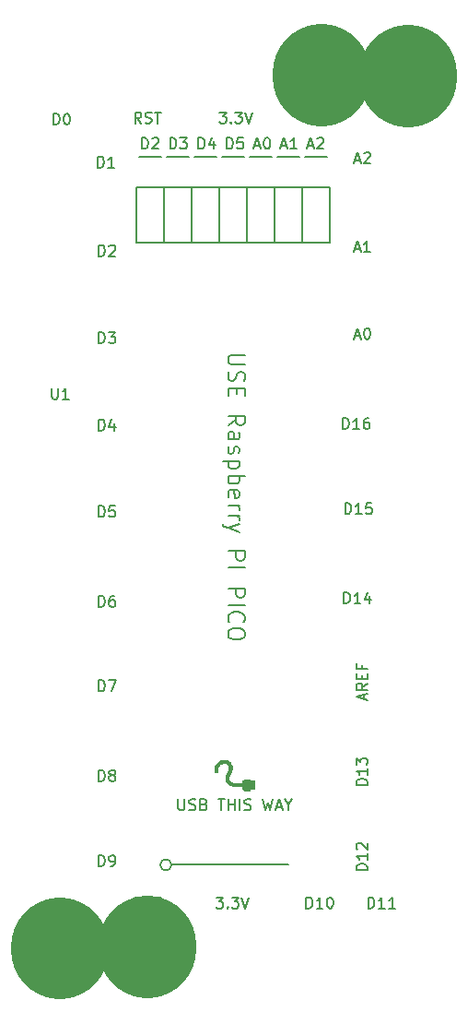
<source format=gto>
G04 #@! TF.GenerationSoftware,KiCad,Pcbnew,(5.1.8)-1*
G04 #@! TF.CreationDate,2021-04-30T18:53:21-04:00*
G04 #@! TF.ProjectId,5x11-Raspi-Pico-Robot-Version,35783131-2d52-4617-9370-692d5069636f,v1.6*
G04 #@! TF.SameCoordinates,Original*
G04 #@! TF.FileFunction,Legend,Top*
G04 #@! TF.FilePolarity,Positive*
%FSLAX46Y46*%
G04 Gerber Fmt 4.6, Leading zero omitted, Abs format (unit mm)*
G04 Created by KiCad (PCBNEW (5.1.8)-1) date 2021-04-30 18:53:21*
%MOMM*%
%LPD*%
G01*
G04 APERTURE LIST*
%ADD10C,0.152400*%
%ADD11C,0.203200*%
%ADD12C,0.010000*%
%ADD13C,0.150000*%
%ADD14C,9.000000*%
G04 APERTURE END LIST*
D10*
X14024428Y-141243619D02*
X14024428Y-142066095D01*
X14072809Y-142162857D01*
X14121190Y-142211238D01*
X14217952Y-142259619D01*
X14411476Y-142259619D01*
X14508238Y-142211238D01*
X14556619Y-142162857D01*
X14605000Y-142066095D01*
X14605000Y-141243619D01*
X15040428Y-142211238D02*
X15185571Y-142259619D01*
X15427476Y-142259619D01*
X15524238Y-142211238D01*
X15572619Y-142162857D01*
X15621000Y-142066095D01*
X15621000Y-141969333D01*
X15572619Y-141872571D01*
X15524238Y-141824190D01*
X15427476Y-141775809D01*
X15233952Y-141727428D01*
X15137190Y-141679047D01*
X15088809Y-141630666D01*
X15040428Y-141533904D01*
X15040428Y-141437142D01*
X15088809Y-141340380D01*
X15137190Y-141292000D01*
X15233952Y-141243619D01*
X15475857Y-141243619D01*
X15621000Y-141292000D01*
X16395095Y-141727428D02*
X16540238Y-141775809D01*
X16588619Y-141824190D01*
X16637000Y-141920952D01*
X16637000Y-142066095D01*
X16588619Y-142162857D01*
X16540238Y-142211238D01*
X16443476Y-142259619D01*
X16056428Y-142259619D01*
X16056428Y-141243619D01*
X16395095Y-141243619D01*
X16491857Y-141292000D01*
X16540238Y-141340380D01*
X16588619Y-141437142D01*
X16588619Y-141533904D01*
X16540238Y-141630666D01*
X16491857Y-141679047D01*
X16395095Y-141727428D01*
X16056428Y-141727428D01*
X17701380Y-141243619D02*
X18281952Y-141243619D01*
X17991666Y-142259619D02*
X17991666Y-141243619D01*
X18620619Y-142259619D02*
X18620619Y-141243619D01*
X18620619Y-141727428D02*
X19201190Y-141727428D01*
X19201190Y-142259619D02*
X19201190Y-141243619D01*
X19685000Y-142259619D02*
X19685000Y-141243619D01*
X20120428Y-142211238D02*
X20265571Y-142259619D01*
X20507476Y-142259619D01*
X20604238Y-142211238D01*
X20652619Y-142162857D01*
X20701000Y-142066095D01*
X20701000Y-141969333D01*
X20652619Y-141872571D01*
X20604238Y-141824190D01*
X20507476Y-141775809D01*
X20313952Y-141727428D01*
X20217190Y-141679047D01*
X20168809Y-141630666D01*
X20120428Y-141533904D01*
X20120428Y-141437142D01*
X20168809Y-141340380D01*
X20217190Y-141292000D01*
X20313952Y-141243619D01*
X20555857Y-141243619D01*
X20701000Y-141292000D01*
X21813761Y-141243619D02*
X22055666Y-142259619D01*
X22249190Y-141533904D01*
X22442714Y-142259619D01*
X22684619Y-141243619D01*
X23023285Y-141969333D02*
X23507095Y-141969333D01*
X22926523Y-142259619D02*
X23265190Y-141243619D01*
X23603857Y-142259619D01*
X24136047Y-141775809D02*
X24136047Y-142259619D01*
X23797380Y-141243619D02*
X24136047Y-141775809D01*
X24474714Y-141243619D01*
D11*
X20134571Y-100473428D02*
X18900857Y-100473428D01*
X18755714Y-100546000D01*
X18683142Y-100618571D01*
X18610571Y-100763714D01*
X18610571Y-101054000D01*
X18683142Y-101199142D01*
X18755714Y-101271714D01*
X18900857Y-101344285D01*
X20134571Y-101344285D01*
X18683142Y-101997428D02*
X18610571Y-102215142D01*
X18610571Y-102578000D01*
X18683142Y-102723142D01*
X18755714Y-102795714D01*
X18900857Y-102868285D01*
X19046000Y-102868285D01*
X19191142Y-102795714D01*
X19263714Y-102723142D01*
X19336285Y-102578000D01*
X19408857Y-102287714D01*
X19481428Y-102142571D01*
X19554000Y-102070000D01*
X19699142Y-101997428D01*
X19844285Y-101997428D01*
X19989428Y-102070000D01*
X20062000Y-102142571D01*
X20134571Y-102287714D01*
X20134571Y-102650571D01*
X20062000Y-102868285D01*
X19408857Y-103521428D02*
X19408857Y-104029428D01*
X18610571Y-104247142D02*
X18610571Y-103521428D01*
X20134571Y-103521428D01*
X20134571Y-104247142D01*
X18610571Y-106932285D02*
X19336285Y-106424285D01*
X18610571Y-106061428D02*
X20134571Y-106061428D01*
X20134571Y-106642000D01*
X20062000Y-106787142D01*
X19989428Y-106859714D01*
X19844285Y-106932285D01*
X19626571Y-106932285D01*
X19481428Y-106859714D01*
X19408857Y-106787142D01*
X19336285Y-106642000D01*
X19336285Y-106061428D01*
X18610571Y-108238571D02*
X19408857Y-108238571D01*
X19554000Y-108166000D01*
X19626571Y-108020857D01*
X19626571Y-107730571D01*
X19554000Y-107585428D01*
X18683142Y-108238571D02*
X18610571Y-108093428D01*
X18610571Y-107730571D01*
X18683142Y-107585428D01*
X18828285Y-107512857D01*
X18973428Y-107512857D01*
X19118571Y-107585428D01*
X19191142Y-107730571D01*
X19191142Y-108093428D01*
X19263714Y-108238571D01*
X18683142Y-108891714D02*
X18610571Y-109036857D01*
X18610571Y-109327142D01*
X18683142Y-109472285D01*
X18828285Y-109544857D01*
X18900857Y-109544857D01*
X19046000Y-109472285D01*
X19118571Y-109327142D01*
X19118571Y-109109428D01*
X19191142Y-108964285D01*
X19336285Y-108891714D01*
X19408857Y-108891714D01*
X19554000Y-108964285D01*
X19626571Y-109109428D01*
X19626571Y-109327142D01*
X19554000Y-109472285D01*
X19626571Y-110198000D02*
X18102571Y-110198000D01*
X19554000Y-110198000D02*
X19626571Y-110343142D01*
X19626571Y-110633428D01*
X19554000Y-110778571D01*
X19481428Y-110851142D01*
X19336285Y-110923714D01*
X18900857Y-110923714D01*
X18755714Y-110851142D01*
X18683142Y-110778571D01*
X18610571Y-110633428D01*
X18610571Y-110343142D01*
X18683142Y-110198000D01*
X18610571Y-111576857D02*
X20134571Y-111576857D01*
X19554000Y-111576857D02*
X19626571Y-111722000D01*
X19626571Y-112012285D01*
X19554000Y-112157428D01*
X19481428Y-112230000D01*
X19336285Y-112302571D01*
X18900857Y-112302571D01*
X18755714Y-112230000D01*
X18683142Y-112157428D01*
X18610571Y-112012285D01*
X18610571Y-111722000D01*
X18683142Y-111576857D01*
X18683142Y-113536285D02*
X18610571Y-113391142D01*
X18610571Y-113100857D01*
X18683142Y-112955714D01*
X18828285Y-112883142D01*
X19408857Y-112883142D01*
X19554000Y-112955714D01*
X19626571Y-113100857D01*
X19626571Y-113391142D01*
X19554000Y-113536285D01*
X19408857Y-113608857D01*
X19263714Y-113608857D01*
X19118571Y-112883142D01*
X18610571Y-114262000D02*
X19626571Y-114262000D01*
X19336285Y-114262000D02*
X19481428Y-114334571D01*
X19554000Y-114407142D01*
X19626571Y-114552285D01*
X19626571Y-114697428D01*
X18610571Y-115205428D02*
X19626571Y-115205428D01*
X19336285Y-115205428D02*
X19481428Y-115278000D01*
X19554000Y-115350571D01*
X19626571Y-115495714D01*
X19626571Y-115640857D01*
X19626571Y-116003714D02*
X18610571Y-116366571D01*
X19626571Y-116729428D02*
X18610571Y-116366571D01*
X18247714Y-116221428D01*
X18175142Y-116148857D01*
X18102571Y-116003714D01*
X18610571Y-118471142D02*
X20134571Y-118471142D01*
X20134571Y-119051714D01*
X20062000Y-119196857D01*
X19989428Y-119269428D01*
X19844285Y-119342000D01*
X19626571Y-119342000D01*
X19481428Y-119269428D01*
X19408857Y-119196857D01*
X19336285Y-119051714D01*
X19336285Y-118471142D01*
X18610571Y-119995142D02*
X20134571Y-119995142D01*
X18610571Y-121882000D02*
X20134571Y-121882000D01*
X20134571Y-122462571D01*
X20062000Y-122607714D01*
X19989428Y-122680285D01*
X19844285Y-122752857D01*
X19626571Y-122752857D01*
X19481428Y-122680285D01*
X19408857Y-122607714D01*
X19336285Y-122462571D01*
X19336285Y-121882000D01*
X18610571Y-123406000D02*
X20134571Y-123406000D01*
X18755714Y-125002571D02*
X18683142Y-124930000D01*
X18610571Y-124712285D01*
X18610571Y-124567142D01*
X18683142Y-124349428D01*
X18828285Y-124204285D01*
X18973428Y-124131714D01*
X19263714Y-124059142D01*
X19481428Y-124059142D01*
X19771714Y-124131714D01*
X19916857Y-124204285D01*
X20061999Y-124349428D01*
X20134571Y-124567142D01*
X20134571Y-124712285D01*
X20061999Y-124930000D01*
X19989428Y-125002571D01*
X20134571Y-125946000D02*
X20134571Y-126236285D01*
X20061999Y-126381428D01*
X19916857Y-126526571D01*
X19626571Y-126599142D01*
X19118571Y-126599142D01*
X18828285Y-126526571D01*
X18683142Y-126381428D01*
X18610571Y-126236285D01*
X18610571Y-125946000D01*
X18683142Y-125800857D01*
X18828285Y-125655714D01*
X19118571Y-125583142D01*
X19626571Y-125583142D01*
X19916857Y-125655714D01*
X20061999Y-125800857D01*
X20134571Y-125946000D01*
D10*
X25944285Y-81269333D02*
X26428095Y-81269333D01*
X25847523Y-81559619D02*
X26186190Y-80543619D01*
X26524857Y-81559619D01*
X26815142Y-80640380D02*
X26863523Y-80592000D01*
X26960285Y-80543619D01*
X27202190Y-80543619D01*
X27298952Y-80592000D01*
X27347333Y-80640380D01*
X27395714Y-80737142D01*
X27395714Y-80833904D01*
X27347333Y-80979047D01*
X26766761Y-81559619D01*
X27395714Y-81559619D01*
X23488951Y-81269333D02*
X23972761Y-81269333D01*
X23392189Y-81559619D02*
X23730856Y-80543619D01*
X24069523Y-81559619D01*
X24940380Y-81559619D02*
X24359808Y-81559619D01*
X24650094Y-81559619D02*
X24650094Y-80543619D01*
X24553332Y-80688761D01*
X24456570Y-80785523D01*
X24359808Y-80833904D01*
X21033618Y-81269333D02*
X21517428Y-81269333D01*
X20936856Y-81559619D02*
X21275523Y-80543619D01*
X21614190Y-81559619D01*
X22146380Y-80543619D02*
X22243142Y-80543619D01*
X22339904Y-80592000D01*
X22388285Y-80640380D01*
X22436666Y-80737142D01*
X22485047Y-80930666D01*
X22485047Y-81172571D01*
X22436666Y-81366095D01*
X22388285Y-81462857D01*
X22339904Y-81511238D01*
X22243142Y-81559619D01*
X22146380Y-81559619D01*
X22049618Y-81511238D01*
X22001237Y-81462857D01*
X21952856Y-81366095D01*
X21904475Y-81172571D01*
X21904475Y-80930666D01*
X21952856Y-80737142D01*
X22001237Y-80640380D01*
X22049618Y-80592000D01*
X22146380Y-80543619D01*
X18481523Y-81559619D02*
X18481523Y-80543619D01*
X18723428Y-80543619D01*
X18868570Y-80592000D01*
X18965332Y-80688761D01*
X19013713Y-80785523D01*
X19062094Y-80979047D01*
X19062094Y-81124190D01*
X19013713Y-81317714D01*
X18965332Y-81414476D01*
X18868570Y-81511238D01*
X18723428Y-81559619D01*
X18481523Y-81559619D01*
X19981332Y-80543619D02*
X19497523Y-80543619D01*
X19449142Y-81027428D01*
X19497523Y-80979047D01*
X19594285Y-80930666D01*
X19836189Y-80930666D01*
X19932951Y-80979047D01*
X19981332Y-81027428D01*
X20029713Y-81124190D01*
X20029713Y-81366095D01*
X19981332Y-81462857D01*
X19932951Y-81511238D01*
X19836189Y-81559619D01*
X19594285Y-81559619D01*
X19497523Y-81511238D01*
X19449142Y-81462857D01*
X15881047Y-81559619D02*
X15881047Y-80543619D01*
X16122952Y-80543619D01*
X16268094Y-80592000D01*
X16364856Y-80688761D01*
X16413237Y-80785523D01*
X16461618Y-80979047D01*
X16461618Y-81124190D01*
X16413237Y-81317714D01*
X16364856Y-81414476D01*
X16268094Y-81511238D01*
X16122952Y-81559619D01*
X15881047Y-81559619D01*
X17332475Y-80882285D02*
X17332475Y-81559619D01*
X17090571Y-80495238D02*
X16848666Y-81220952D01*
X17477618Y-81220952D01*
X13280571Y-81559619D02*
X13280571Y-80543619D01*
X13522476Y-80543619D01*
X13667618Y-80592000D01*
X13764380Y-80688761D01*
X13812761Y-80785523D01*
X13861142Y-80979047D01*
X13861142Y-81124190D01*
X13812761Y-81317714D01*
X13764380Y-81414476D01*
X13667618Y-81511238D01*
X13522476Y-81559619D01*
X13280571Y-81559619D01*
X14199809Y-80543619D02*
X14828761Y-80543619D01*
X14490095Y-80930666D01*
X14635237Y-80930666D01*
X14731999Y-80979047D01*
X14780380Y-81027428D01*
X14828761Y-81124190D01*
X14828761Y-81366095D01*
X14780380Y-81462857D01*
X14731999Y-81511238D01*
X14635237Y-81559619D01*
X14344952Y-81559619D01*
X14248190Y-81511238D01*
X14199809Y-81462857D01*
X10680095Y-81559619D02*
X10680095Y-80543619D01*
X10922000Y-80543619D01*
X11067142Y-80592000D01*
X11163904Y-80688761D01*
X11212285Y-80785523D01*
X11260666Y-80979047D01*
X11260666Y-81124190D01*
X11212285Y-81317714D01*
X11163904Y-81414476D01*
X11067142Y-81511238D01*
X10922000Y-81559619D01*
X10680095Y-81559619D01*
X11647714Y-80640380D02*
X11696095Y-80592000D01*
X11792857Y-80543619D01*
X12034761Y-80543619D01*
X12131523Y-80592000D01*
X12179904Y-80640380D01*
X12228285Y-80737142D01*
X12228285Y-80833904D01*
X12179904Y-80979047D01*
X11599333Y-81559619D01*
X12228285Y-81559619D01*
D12*
G36*
X18291779Y-137657890D02*
G01*
X18368781Y-137665971D01*
X18394760Y-137670889D01*
X18518390Y-137708350D01*
X18630976Y-137763774D01*
X18732145Y-137836956D01*
X18779730Y-137881564D01*
X18855505Y-137972035D01*
X18911399Y-138069080D01*
X18948079Y-138174194D01*
X18966211Y-138288871D01*
X18967065Y-138301505D01*
X18969296Y-138362972D01*
X18967705Y-138419807D01*
X18961436Y-138475011D01*
X18949633Y-138531585D01*
X18931441Y-138592530D01*
X18906001Y-138660846D01*
X18872460Y-138739535D01*
X18829960Y-138831598D01*
X18795161Y-138904083D01*
X18743511Y-139013843D01*
X18702999Y-139108200D01*
X18673160Y-139189455D01*
X18653530Y-139259909D01*
X18643645Y-139321862D01*
X18643042Y-139377616D01*
X18651256Y-139429471D01*
X18667823Y-139479729D01*
X18675517Y-139497386D01*
X18721689Y-139572518D01*
X18785821Y-139637225D01*
X18867250Y-139691138D01*
X18965311Y-139733886D01*
X19079339Y-139765100D01*
X19187188Y-139782159D01*
X19222450Y-139784947D01*
X19273318Y-139787355D01*
X19336390Y-139789361D01*
X19408264Y-139790946D01*
X19485537Y-139792088D01*
X19564809Y-139792767D01*
X19642677Y-139792960D01*
X19715739Y-139792649D01*
X19780593Y-139791811D01*
X19833838Y-139790426D01*
X19872071Y-139788472D01*
X19889657Y-139786468D01*
X19922730Y-139779854D01*
X19923194Y-139704447D01*
X19930532Y-139623940D01*
X19952266Y-139557768D01*
X19989609Y-139503706D01*
X20043774Y-139459528D01*
X20062913Y-139448186D01*
X20118521Y-139417375D01*
X20364584Y-139414025D01*
X20610646Y-139410675D01*
X20610646Y-139560250D01*
X20991646Y-139560250D01*
X20991646Y-140311666D01*
X20610646Y-140311666D01*
X20610646Y-140449250D01*
X20375167Y-140448414D01*
X20288807Y-140447703D01*
X20221153Y-140446159D01*
X20169755Y-140443643D01*
X20132164Y-140440014D01*
X20105931Y-140435129D01*
X20096961Y-140432408D01*
X20034605Y-140399378D01*
X19982452Y-140349541D01*
X19950143Y-140299021D01*
X19935812Y-140266609D01*
X19927448Y-140235626D01*
X19923581Y-140198272D01*
X19922731Y-140153484D01*
X19922733Y-140062958D01*
X19528502Y-140062898D01*
X19425612Y-140062821D01*
X19341268Y-140062538D01*
X19272850Y-140061923D01*
X19217739Y-140060847D01*
X19173314Y-140059185D01*
X19136955Y-140056808D01*
X19106042Y-140053589D01*
X19077954Y-140049402D01*
X19050073Y-140044118D01*
X19023146Y-140038355D01*
X18884176Y-139999364D01*
X18760543Y-139947498D01*
X18652798Y-139883607D01*
X18561494Y-139808542D01*
X18487184Y-139723154D01*
X18430419Y-139628296D01*
X18391751Y-139524817D01*
X18371735Y-139413570D01*
X18370921Y-139295406D01*
X18389861Y-139171175D01*
X18410778Y-139094583D01*
X18421883Y-139064537D01*
X18440605Y-139019405D01*
X18465223Y-138963098D01*
X18494015Y-138899525D01*
X18525259Y-138832596D01*
X18536584Y-138808833D01*
X18578694Y-138720430D01*
X18612298Y-138648091D01*
X18638349Y-138588943D01*
X18657801Y-138540114D01*
X18671607Y-138498734D01*
X18680722Y-138461929D01*
X18686099Y-138426828D01*
X18688691Y-138390559D01*
X18689453Y-138350251D01*
X18689459Y-138348458D01*
X18689005Y-138297461D01*
X18686538Y-138261209D01*
X18680930Y-138233299D01*
X18671057Y-138207326D01*
X18661079Y-138187013D01*
X18622738Y-138121768D01*
X18580749Y-138070709D01*
X18529161Y-138026978D01*
X18511441Y-138014611D01*
X18423473Y-137967341D01*
X18327800Y-137939144D01*
X18222855Y-137929565D01*
X18218813Y-137929562D01*
X18110207Y-137939838D01*
X18007822Y-137969089D01*
X17913735Y-138015678D01*
X17830020Y-138077968D01*
X17758754Y-138154324D01*
X17702012Y-138243109D01*
X17661870Y-138342688D01*
X17653125Y-138375476D01*
X17640631Y-138454276D01*
X17637920Y-138537157D01*
X17645015Y-138615028D01*
X17652414Y-138649870D01*
X17659583Y-138682604D01*
X17661990Y-138706617D01*
X17660226Y-138714893D01*
X17648498Y-138720528D01*
X17621642Y-138731503D01*
X17584456Y-138746015D01*
X17541738Y-138762264D01*
X17498287Y-138778449D01*
X17458899Y-138792767D01*
X17428374Y-138803419D01*
X17411508Y-138808602D01*
X17410001Y-138808833D01*
X17405839Y-138799237D01*
X17398334Y-138773400D01*
X17388710Y-138735750D01*
X17382100Y-138707917D01*
X17368044Y-138621963D01*
X17362355Y-138527252D01*
X17364852Y-138430947D01*
X17375358Y-138340212D01*
X17393191Y-138263791D01*
X17444259Y-138135888D01*
X17512329Y-138020016D01*
X17596244Y-137917334D01*
X17694846Y-137828999D01*
X17806975Y-137756169D01*
X17931475Y-137700002D01*
X17970105Y-137686877D01*
X18038001Y-137670982D01*
X18119103Y-137660670D01*
X18206124Y-137656214D01*
X18291779Y-137657890D01*
G37*
X18291779Y-137657890D02*
X18368781Y-137665971D01*
X18394760Y-137670889D01*
X18518390Y-137708350D01*
X18630976Y-137763774D01*
X18732145Y-137836956D01*
X18779730Y-137881564D01*
X18855505Y-137972035D01*
X18911399Y-138069080D01*
X18948079Y-138174194D01*
X18966211Y-138288871D01*
X18967065Y-138301505D01*
X18969296Y-138362972D01*
X18967705Y-138419807D01*
X18961436Y-138475011D01*
X18949633Y-138531585D01*
X18931441Y-138592530D01*
X18906001Y-138660846D01*
X18872460Y-138739535D01*
X18829960Y-138831598D01*
X18795161Y-138904083D01*
X18743511Y-139013843D01*
X18702999Y-139108200D01*
X18673160Y-139189455D01*
X18653530Y-139259909D01*
X18643645Y-139321862D01*
X18643042Y-139377616D01*
X18651256Y-139429471D01*
X18667823Y-139479729D01*
X18675517Y-139497386D01*
X18721689Y-139572518D01*
X18785821Y-139637225D01*
X18867250Y-139691138D01*
X18965311Y-139733886D01*
X19079339Y-139765100D01*
X19187188Y-139782159D01*
X19222450Y-139784947D01*
X19273318Y-139787355D01*
X19336390Y-139789361D01*
X19408264Y-139790946D01*
X19485537Y-139792088D01*
X19564809Y-139792767D01*
X19642677Y-139792960D01*
X19715739Y-139792649D01*
X19780593Y-139791811D01*
X19833838Y-139790426D01*
X19872071Y-139788472D01*
X19889657Y-139786468D01*
X19922730Y-139779854D01*
X19923194Y-139704447D01*
X19930532Y-139623940D01*
X19952266Y-139557768D01*
X19989609Y-139503706D01*
X20043774Y-139459528D01*
X20062913Y-139448186D01*
X20118521Y-139417375D01*
X20364584Y-139414025D01*
X20610646Y-139410675D01*
X20610646Y-139560250D01*
X20991646Y-139560250D01*
X20991646Y-140311666D01*
X20610646Y-140311666D01*
X20610646Y-140449250D01*
X20375167Y-140448414D01*
X20288807Y-140447703D01*
X20221153Y-140446159D01*
X20169755Y-140443643D01*
X20132164Y-140440014D01*
X20105931Y-140435129D01*
X20096961Y-140432408D01*
X20034605Y-140399378D01*
X19982452Y-140349541D01*
X19950143Y-140299021D01*
X19935812Y-140266609D01*
X19927448Y-140235626D01*
X19923581Y-140198272D01*
X19922731Y-140153484D01*
X19922733Y-140062958D01*
X19528502Y-140062898D01*
X19425612Y-140062821D01*
X19341268Y-140062538D01*
X19272850Y-140061923D01*
X19217739Y-140060847D01*
X19173314Y-140059185D01*
X19136955Y-140056808D01*
X19106042Y-140053589D01*
X19077954Y-140049402D01*
X19050073Y-140044118D01*
X19023146Y-140038355D01*
X18884176Y-139999364D01*
X18760543Y-139947498D01*
X18652798Y-139883607D01*
X18561494Y-139808542D01*
X18487184Y-139723154D01*
X18430419Y-139628296D01*
X18391751Y-139524817D01*
X18371735Y-139413570D01*
X18370921Y-139295406D01*
X18389861Y-139171175D01*
X18410778Y-139094583D01*
X18421883Y-139064537D01*
X18440605Y-139019405D01*
X18465223Y-138963098D01*
X18494015Y-138899525D01*
X18525259Y-138832596D01*
X18536584Y-138808833D01*
X18578694Y-138720430D01*
X18612298Y-138648091D01*
X18638349Y-138588943D01*
X18657801Y-138540114D01*
X18671607Y-138498734D01*
X18680722Y-138461929D01*
X18686099Y-138426828D01*
X18688691Y-138390559D01*
X18689453Y-138350251D01*
X18689459Y-138348458D01*
X18689005Y-138297461D01*
X18686538Y-138261209D01*
X18680930Y-138233299D01*
X18671057Y-138207326D01*
X18661079Y-138187013D01*
X18622738Y-138121768D01*
X18580749Y-138070709D01*
X18529161Y-138026978D01*
X18511441Y-138014611D01*
X18423473Y-137967341D01*
X18327800Y-137939144D01*
X18222855Y-137929565D01*
X18218813Y-137929562D01*
X18110207Y-137939838D01*
X18007822Y-137969089D01*
X17913735Y-138015678D01*
X17830020Y-138077968D01*
X17758754Y-138154324D01*
X17702012Y-138243109D01*
X17661870Y-138342688D01*
X17653125Y-138375476D01*
X17640631Y-138454276D01*
X17637920Y-138537157D01*
X17645015Y-138615028D01*
X17652414Y-138649870D01*
X17659583Y-138682604D01*
X17661990Y-138706617D01*
X17660226Y-138714893D01*
X17648498Y-138720528D01*
X17621642Y-138731503D01*
X17584456Y-138746015D01*
X17541738Y-138762264D01*
X17498287Y-138778449D01*
X17458899Y-138792767D01*
X17428374Y-138803419D01*
X17411508Y-138808602D01*
X17410001Y-138808833D01*
X17405839Y-138799237D01*
X17398334Y-138773400D01*
X17388710Y-138735750D01*
X17382100Y-138707917D01*
X17368044Y-138621963D01*
X17362355Y-138527252D01*
X17364852Y-138430947D01*
X17375358Y-138340212D01*
X17393191Y-138263791D01*
X17444259Y-138135888D01*
X17512329Y-138020016D01*
X17596244Y-137917334D01*
X17694846Y-137828999D01*
X17806975Y-137756169D01*
X17931475Y-137700002D01*
X17970105Y-137686877D01*
X18038001Y-137670982D01*
X18119103Y-137660670D01*
X18206124Y-137656214D01*
X18291779Y-137657890D01*
D13*
X18050000Y-82320000D02*
X20050000Y-82320000D01*
X20320000Y-85090000D02*
X17780000Y-85090000D01*
X20320000Y-90170000D02*
X20320000Y-85090000D01*
X17780000Y-90170000D02*
X20320000Y-90170000D01*
X17780000Y-85090000D02*
X17780000Y-90170000D01*
X10430000Y-82320000D02*
X12430000Y-82320000D01*
X12700000Y-85090000D02*
X10160000Y-85090000D01*
X12700000Y-90170000D02*
X12700000Y-85090000D01*
X10160000Y-90170000D02*
X12700000Y-90170000D01*
X10160000Y-85090000D02*
X10160000Y-90170000D01*
X23130000Y-82320000D02*
X25130000Y-82320000D01*
X25400000Y-85090000D02*
X22860000Y-85090000D01*
X25400000Y-90170000D02*
X25400000Y-85090000D01*
X22860000Y-90170000D02*
X25400000Y-90170000D01*
X22860000Y-85090000D02*
X22860000Y-90170000D01*
X20590000Y-82320000D02*
X22590000Y-82320000D01*
X22860000Y-85090000D02*
X20320000Y-85090000D01*
X22860000Y-90170000D02*
X22860000Y-85090000D01*
X20320000Y-90170000D02*
X22860000Y-90170000D01*
X20320000Y-85090000D02*
X20320000Y-90170000D01*
X12970000Y-82320000D02*
X14970000Y-82320000D01*
X15240000Y-85090000D02*
X12700000Y-85090000D01*
X15240000Y-90170000D02*
X15240000Y-85090000D01*
X12700000Y-90170000D02*
X15240000Y-90170000D01*
X12700000Y-85090000D02*
X12700000Y-90170000D01*
X15510000Y-82320000D02*
X17510000Y-82320000D01*
X17780000Y-85090000D02*
X15240000Y-85090000D01*
X17780000Y-90170000D02*
X17780000Y-85090000D01*
X15240000Y-90170000D02*
X17780000Y-90170000D01*
X15240000Y-85090000D02*
X15240000Y-90170000D01*
D10*
X13399433Y-147280000D02*
G75*
G03*
X13399433Y-147280000I-508933J0D01*
G01*
X13462000Y-147280000D02*
X24130000Y-147280000D01*
D13*
X25670000Y-82320000D02*
X27670000Y-82320000D01*
X27940000Y-85090000D02*
X25400000Y-85090000D01*
X27940000Y-90170000D02*
X27940000Y-85090000D01*
X25400000Y-90170000D02*
X27940000Y-90170000D01*
X25400000Y-85090000D02*
X25400000Y-90170000D01*
D14*
X27175000Y-74634501D02*
X27175000Y-75015501D01*
X11175000Y-154634501D02*
X11175000Y-155015501D01*
X3175000Y-154767501D02*
X3175000Y-155148501D01*
X35179000Y-74694001D02*
X35179000Y-75075001D01*
D13*
X30241714Y-98737667D02*
X30717904Y-98737667D01*
X30146476Y-99023381D02*
X30479809Y-98023381D01*
X30813142Y-99023381D01*
X31336952Y-98023381D02*
X31432190Y-98023381D01*
X31527428Y-98071001D01*
X31575047Y-98118620D01*
X31622666Y-98213858D01*
X31670285Y-98404334D01*
X31670285Y-98642429D01*
X31622666Y-98832905D01*
X31575047Y-98928143D01*
X31527428Y-98975762D01*
X31432190Y-99023381D01*
X31336952Y-99023381D01*
X31241714Y-98975762D01*
X31194095Y-98928143D01*
X31146476Y-98832905D01*
X31098857Y-98642429D01*
X31098857Y-98404334D01*
X31146476Y-98213858D01*
X31194095Y-98118620D01*
X31241714Y-98071001D01*
X31336952Y-98023381D01*
X17525809Y-150269381D02*
X18144857Y-150269381D01*
X17811523Y-150650334D01*
X17954380Y-150650334D01*
X18049619Y-150697953D01*
X18097238Y-150745572D01*
X18144857Y-150840810D01*
X18144857Y-151078905D01*
X18097238Y-151174143D01*
X18049619Y-151221762D01*
X17954380Y-151269381D01*
X17668666Y-151269381D01*
X17573428Y-151221762D01*
X17525809Y-151174143D01*
X18573428Y-151174143D02*
X18621047Y-151221762D01*
X18573428Y-151269381D01*
X18525809Y-151221762D01*
X18573428Y-151174143D01*
X18573428Y-151269381D01*
X18954380Y-150269381D02*
X19573428Y-150269381D01*
X19240095Y-150650334D01*
X19382952Y-150650334D01*
X19478190Y-150697953D01*
X19525809Y-150745572D01*
X19573428Y-150840810D01*
X19573428Y-151078905D01*
X19525809Y-151174143D01*
X19478190Y-151221762D01*
X19382952Y-151269381D01*
X19097238Y-151269381D01*
X19002000Y-151221762D01*
X18954380Y-151174143D01*
X19859142Y-150269381D02*
X20192476Y-151269381D01*
X20525809Y-150269381D01*
X6722904Y-147404381D02*
X6722904Y-146404381D01*
X6961000Y-146404381D01*
X7103857Y-146452001D01*
X7199095Y-146547239D01*
X7246714Y-146642477D01*
X7294333Y-146832953D01*
X7294333Y-146975810D01*
X7246714Y-147166286D01*
X7199095Y-147261524D01*
X7103857Y-147356762D01*
X6961000Y-147404381D01*
X6722904Y-147404381D01*
X7770523Y-147404381D02*
X7961000Y-147404381D01*
X8056238Y-147356762D01*
X8103857Y-147309143D01*
X8199095Y-147166286D01*
X8246714Y-146975810D01*
X8246714Y-146594858D01*
X8199095Y-146499620D01*
X8151476Y-146452001D01*
X8056238Y-146404381D01*
X7865761Y-146404381D01*
X7770523Y-146452001D01*
X7722904Y-146499620D01*
X7675285Y-146594858D01*
X7675285Y-146832953D01*
X7722904Y-146928191D01*
X7770523Y-146975810D01*
X7865761Y-147023429D01*
X8056238Y-147023429D01*
X8151476Y-146975810D01*
X8199095Y-146928191D01*
X8246714Y-146832953D01*
X6722904Y-131344381D02*
X6722904Y-130344381D01*
X6961000Y-130344381D01*
X7103857Y-130392001D01*
X7199095Y-130487239D01*
X7246714Y-130582477D01*
X7294333Y-130772953D01*
X7294333Y-130915810D01*
X7246714Y-131106286D01*
X7199095Y-131201524D01*
X7103857Y-131296762D01*
X6961000Y-131344381D01*
X6722904Y-131344381D01*
X7627666Y-130344381D02*
X8294333Y-130344381D01*
X7865761Y-131344381D01*
X6722904Y-139594381D02*
X6722904Y-138594381D01*
X6961000Y-138594381D01*
X7103857Y-138642001D01*
X7199095Y-138737239D01*
X7246714Y-138832477D01*
X7294333Y-139022953D01*
X7294333Y-139165810D01*
X7246714Y-139356286D01*
X7199095Y-139451524D01*
X7103857Y-139546762D01*
X6961000Y-139594381D01*
X6722904Y-139594381D01*
X7865761Y-139022953D02*
X7770523Y-138975334D01*
X7722904Y-138927715D01*
X7675285Y-138832477D01*
X7675285Y-138784858D01*
X7722904Y-138689620D01*
X7770523Y-138642001D01*
X7865761Y-138594381D01*
X8056238Y-138594381D01*
X8151476Y-138642001D01*
X8199095Y-138689620D01*
X8246714Y-138784858D01*
X8246714Y-138832477D01*
X8199095Y-138927715D01*
X8151476Y-138975334D01*
X8056238Y-139022953D01*
X7865761Y-139022953D01*
X7770523Y-139070572D01*
X7722904Y-139118191D01*
X7675285Y-139213429D01*
X7675285Y-139403905D01*
X7722904Y-139499143D01*
X7770523Y-139546762D01*
X7865761Y-139594381D01*
X8056238Y-139594381D01*
X8151476Y-139546762D01*
X8199095Y-139499143D01*
X8246714Y-139403905D01*
X8246714Y-139213429D01*
X8199095Y-139118191D01*
X8151476Y-139070572D01*
X8056238Y-139022953D01*
X6722904Y-115344381D02*
X6722904Y-114344381D01*
X6961000Y-114344381D01*
X7103857Y-114392001D01*
X7199095Y-114487239D01*
X7246714Y-114582477D01*
X7294333Y-114772953D01*
X7294333Y-114915810D01*
X7246714Y-115106286D01*
X7199095Y-115201524D01*
X7103857Y-115296762D01*
X6961000Y-115344381D01*
X6722904Y-115344381D01*
X8199095Y-114344381D02*
X7722904Y-114344381D01*
X7675285Y-114820572D01*
X7722904Y-114772953D01*
X7818142Y-114725334D01*
X8056238Y-114725334D01*
X8151476Y-114772953D01*
X8199095Y-114820572D01*
X8246714Y-114915810D01*
X8246714Y-115153905D01*
X8199095Y-115249143D01*
X8151476Y-115296762D01*
X8056238Y-115344381D01*
X7818142Y-115344381D01*
X7722904Y-115296762D01*
X7675285Y-115249143D01*
X6722904Y-123594381D02*
X6722904Y-122594381D01*
X6961000Y-122594381D01*
X7103857Y-122642001D01*
X7199095Y-122737239D01*
X7246714Y-122832477D01*
X7294333Y-123022953D01*
X7294333Y-123165810D01*
X7246714Y-123356286D01*
X7199095Y-123451524D01*
X7103857Y-123546762D01*
X6961000Y-123594381D01*
X6722904Y-123594381D01*
X8151476Y-122594381D02*
X7961000Y-122594381D01*
X7865761Y-122642001D01*
X7818142Y-122689620D01*
X7722904Y-122832477D01*
X7675285Y-123022953D01*
X7675285Y-123403905D01*
X7722904Y-123499143D01*
X7770523Y-123546762D01*
X7865761Y-123594381D01*
X8056238Y-123594381D01*
X8151476Y-123546762D01*
X8199095Y-123499143D01*
X8246714Y-123403905D01*
X8246714Y-123165810D01*
X8199095Y-123070572D01*
X8151476Y-123022953D01*
X8056238Y-122975334D01*
X7865761Y-122975334D01*
X7770523Y-123022953D01*
X7722904Y-123070572D01*
X7675285Y-123165810D01*
X2563904Y-79337381D02*
X2563904Y-78337381D01*
X2802000Y-78337381D01*
X2944857Y-78385001D01*
X3040095Y-78480239D01*
X3087714Y-78575477D01*
X3135333Y-78765953D01*
X3135333Y-78908810D01*
X3087714Y-79099286D01*
X3040095Y-79194524D01*
X2944857Y-79289762D01*
X2802000Y-79337381D01*
X2563904Y-79337381D01*
X3754380Y-78337381D02*
X3849619Y-78337381D01*
X3944857Y-78385001D01*
X3992476Y-78432620D01*
X4040095Y-78527858D01*
X4087714Y-78718334D01*
X4087714Y-78956429D01*
X4040095Y-79146905D01*
X3992476Y-79242143D01*
X3944857Y-79289762D01*
X3849619Y-79337381D01*
X3754380Y-79337381D01*
X3659142Y-79289762D01*
X3611523Y-79242143D01*
X3563904Y-79146905D01*
X3516285Y-78956429D01*
X3516285Y-78718334D01*
X3563904Y-78527858D01*
X3611523Y-78432620D01*
X3659142Y-78385001D01*
X3754380Y-78337381D01*
X2413095Y-103527381D02*
X2413095Y-104336905D01*
X2460714Y-104432143D01*
X2508333Y-104479762D01*
X2603571Y-104527381D01*
X2794047Y-104527381D01*
X2889285Y-104479762D01*
X2936904Y-104432143D01*
X2984523Y-104336905D01*
X2984523Y-103527381D01*
X3984523Y-104527381D02*
X3413095Y-104527381D01*
X3698809Y-104527381D02*
X3698809Y-103527381D01*
X3603571Y-103670239D01*
X3508333Y-103765477D01*
X3413095Y-103813096D01*
X31122666Y-132110048D02*
X31122666Y-131633858D01*
X31408380Y-132205286D02*
X30408380Y-131871953D01*
X31408380Y-131538620D01*
X31408380Y-130633858D02*
X30932190Y-130967191D01*
X31408380Y-131205286D02*
X30408380Y-131205286D01*
X30408380Y-130824334D01*
X30456000Y-130729096D01*
X30503619Y-130681477D01*
X30598857Y-130633858D01*
X30741714Y-130633858D01*
X30836952Y-130681477D01*
X30884571Y-130729096D01*
X30932190Y-130824334D01*
X30932190Y-131205286D01*
X30884571Y-130205286D02*
X30884571Y-129871953D01*
X31408380Y-129729096D02*
X31408380Y-130205286D01*
X30408380Y-130205286D01*
X30408380Y-129729096D01*
X30884571Y-128967191D02*
X30884571Y-129300524D01*
X31408380Y-129300524D02*
X30408380Y-129300524D01*
X30408380Y-128824334D01*
X31408380Y-147755286D02*
X30408380Y-147755286D01*
X30408380Y-147517191D01*
X30456000Y-147374334D01*
X30551238Y-147279096D01*
X30646476Y-147231477D01*
X30836952Y-147183858D01*
X30979809Y-147183858D01*
X31170285Y-147231477D01*
X31265523Y-147279096D01*
X31360761Y-147374334D01*
X31408380Y-147517191D01*
X31408380Y-147755286D01*
X31408380Y-146231477D02*
X31408380Y-146802905D01*
X31408380Y-146517191D02*
X30408380Y-146517191D01*
X30551238Y-146612429D01*
X30646476Y-146707667D01*
X30694095Y-146802905D01*
X30503619Y-145850524D02*
X30456000Y-145802905D01*
X30408380Y-145707667D01*
X30408380Y-145469572D01*
X30456000Y-145374334D01*
X30503619Y-145326715D01*
X30598857Y-145279096D01*
X30694095Y-145279096D01*
X30836952Y-145326715D01*
X31408380Y-145898143D01*
X31408380Y-145279096D01*
X30241714Y-90737667D02*
X30717904Y-90737667D01*
X30146476Y-91023381D02*
X30479809Y-90023381D01*
X30813142Y-91023381D01*
X31670285Y-91023381D02*
X31098857Y-91023381D01*
X31384571Y-91023381D02*
X31384571Y-90023381D01*
X31289333Y-90166239D01*
X31194095Y-90261477D01*
X31098857Y-90309096D01*
X6722904Y-107404381D02*
X6722904Y-106404381D01*
X6961000Y-106404381D01*
X7103857Y-106452001D01*
X7199095Y-106547239D01*
X7246714Y-106642477D01*
X7294333Y-106832953D01*
X7294333Y-106975810D01*
X7246714Y-107166286D01*
X7199095Y-107261524D01*
X7103857Y-107356762D01*
X6961000Y-107404381D01*
X6722904Y-107404381D01*
X8151476Y-106737715D02*
X8151476Y-107404381D01*
X7913380Y-106356762D02*
X7675285Y-107071048D01*
X8294333Y-107071048D01*
X6722904Y-91404381D02*
X6722904Y-90404381D01*
X6961000Y-90404381D01*
X7103857Y-90452001D01*
X7199095Y-90547239D01*
X7246714Y-90642477D01*
X7294333Y-90832953D01*
X7294333Y-90975810D01*
X7246714Y-91166286D01*
X7199095Y-91261524D01*
X7103857Y-91356762D01*
X6961000Y-91404381D01*
X6722904Y-91404381D01*
X7675285Y-90499620D02*
X7722904Y-90452001D01*
X7818142Y-90404381D01*
X8056238Y-90404381D01*
X8151476Y-90452001D01*
X8199095Y-90499620D01*
X8246714Y-90594858D01*
X8246714Y-90690096D01*
X8199095Y-90832953D01*
X7627666Y-91404381D01*
X8246714Y-91404381D01*
X29260714Y-123277381D02*
X29260714Y-122277381D01*
X29498809Y-122277381D01*
X29641666Y-122325001D01*
X29736904Y-122420239D01*
X29784523Y-122515477D01*
X29832142Y-122705953D01*
X29832142Y-122848810D01*
X29784523Y-123039286D01*
X29736904Y-123134524D01*
X29641666Y-123229762D01*
X29498809Y-123277381D01*
X29260714Y-123277381D01*
X30784523Y-123277381D02*
X30213095Y-123277381D01*
X30498809Y-123277381D02*
X30498809Y-122277381D01*
X30403571Y-122420239D01*
X30308333Y-122515477D01*
X30213095Y-122563096D01*
X31641666Y-122610715D02*
X31641666Y-123277381D01*
X31403571Y-122229762D02*
X31165476Y-122944048D01*
X31784523Y-122944048D01*
X10440095Y-150317001D02*
X10344857Y-150269381D01*
X10202000Y-150269381D01*
X10059142Y-150317001D01*
X9963904Y-150412239D01*
X9916285Y-150507477D01*
X9868666Y-150697953D01*
X9868666Y-150840810D01*
X9916285Y-151031286D01*
X9963904Y-151126524D01*
X10059142Y-151221762D01*
X10202000Y-151269381D01*
X10297238Y-151269381D01*
X10440095Y-151221762D01*
X10487714Y-151174143D01*
X10487714Y-150840810D01*
X10297238Y-150840810D01*
X10916285Y-151269381D02*
X10916285Y-150269381D01*
X11487714Y-151269381D01*
X11487714Y-150269381D01*
X11963904Y-151269381D02*
X11963904Y-150269381D01*
X12202000Y-150269381D01*
X12344857Y-150317001D01*
X12440095Y-150412239D01*
X12487714Y-150507477D01*
X12535333Y-150697953D01*
X12535333Y-150840810D01*
X12487714Y-151031286D01*
X12440095Y-151126524D01*
X12344857Y-151221762D01*
X12202000Y-151269381D01*
X11963904Y-151269381D01*
X6627904Y-83274381D02*
X6627904Y-82274381D01*
X6866000Y-82274381D01*
X7008857Y-82322001D01*
X7104095Y-82417239D01*
X7151714Y-82512477D01*
X7199333Y-82702953D01*
X7199333Y-82845810D01*
X7151714Y-83036286D01*
X7104095Y-83131524D01*
X7008857Y-83226762D01*
X6866000Y-83274381D01*
X6627904Y-83274381D01*
X8151714Y-83274381D02*
X7580285Y-83274381D01*
X7866000Y-83274381D02*
X7866000Y-82274381D01*
X7770761Y-82417239D01*
X7675523Y-82512477D01*
X7580285Y-82560096D01*
X10628380Y-79210381D02*
X10295047Y-78734191D01*
X10056952Y-79210381D02*
X10056952Y-78210381D01*
X10437904Y-78210381D01*
X10533142Y-78258001D01*
X10580761Y-78305620D01*
X10628380Y-78400858D01*
X10628380Y-78543715D01*
X10580761Y-78638953D01*
X10533142Y-78686572D01*
X10437904Y-78734191D01*
X10056952Y-78734191D01*
X11009333Y-79162762D02*
X11152190Y-79210381D01*
X11390285Y-79210381D01*
X11485523Y-79162762D01*
X11533142Y-79115143D01*
X11580761Y-79019905D01*
X11580761Y-78924667D01*
X11533142Y-78829429D01*
X11485523Y-78781810D01*
X11390285Y-78734191D01*
X11199809Y-78686572D01*
X11104571Y-78638953D01*
X11056952Y-78591334D01*
X11009333Y-78496096D01*
X11009333Y-78400858D01*
X11056952Y-78305620D01*
X11104571Y-78258001D01*
X11199809Y-78210381D01*
X11437904Y-78210381D01*
X11580761Y-78258001D01*
X11866476Y-78210381D02*
X12437904Y-78210381D01*
X12152190Y-79210381D02*
X12152190Y-78210381D01*
X25787714Y-151269381D02*
X25787714Y-150269381D01*
X26025809Y-150269381D01*
X26168666Y-150317001D01*
X26263904Y-150412239D01*
X26311523Y-150507477D01*
X26359142Y-150697953D01*
X26359142Y-150840810D01*
X26311523Y-151031286D01*
X26263904Y-151126524D01*
X26168666Y-151221762D01*
X26025809Y-151269381D01*
X25787714Y-151269381D01*
X27311523Y-151269381D02*
X26740095Y-151269381D01*
X27025809Y-151269381D02*
X27025809Y-150269381D01*
X26930571Y-150412239D01*
X26835333Y-150507477D01*
X26740095Y-150555096D01*
X27930571Y-150269381D02*
X28025809Y-150269381D01*
X28121047Y-150317001D01*
X28168666Y-150364620D01*
X28216285Y-150459858D01*
X28263904Y-150650334D01*
X28263904Y-150888429D01*
X28216285Y-151078905D01*
X28168666Y-151174143D01*
X28121047Y-151221762D01*
X28025809Y-151269381D01*
X27930571Y-151269381D01*
X27835333Y-151221762D01*
X27787714Y-151174143D01*
X27740095Y-151078905D01*
X27692476Y-150888429D01*
X27692476Y-150650334D01*
X27740095Y-150459858D01*
X27787714Y-150364620D01*
X27835333Y-150317001D01*
X27930571Y-150269381D01*
X30241714Y-82607667D02*
X30717904Y-82607667D01*
X30146476Y-82893381D02*
X30479809Y-81893381D01*
X30813142Y-82893381D01*
X31098857Y-81988620D02*
X31146476Y-81941001D01*
X31241714Y-81893381D01*
X31479809Y-81893381D01*
X31575047Y-81941001D01*
X31622666Y-81988620D01*
X31670285Y-82083858D01*
X31670285Y-82179096D01*
X31622666Y-82321953D01*
X31051238Y-82893381D01*
X31670285Y-82893381D01*
X31487714Y-151269381D02*
X31487714Y-150269381D01*
X31725809Y-150269381D01*
X31868666Y-150317001D01*
X31963904Y-150412239D01*
X32011523Y-150507477D01*
X32059142Y-150697953D01*
X32059142Y-150840810D01*
X32011523Y-151031286D01*
X31963904Y-151126524D01*
X31868666Y-151221762D01*
X31725809Y-151269381D01*
X31487714Y-151269381D01*
X33011523Y-151269381D02*
X32440095Y-151269381D01*
X32725809Y-151269381D02*
X32725809Y-150269381D01*
X32630571Y-150412239D01*
X32535333Y-150507477D01*
X32440095Y-150555096D01*
X33963904Y-151269381D02*
X33392476Y-151269381D01*
X33678190Y-151269381D02*
X33678190Y-150269381D01*
X33582952Y-150412239D01*
X33487714Y-150507477D01*
X33392476Y-150555096D01*
X26416095Y-78258001D02*
X26320857Y-78210381D01*
X26178000Y-78210381D01*
X26035142Y-78258001D01*
X25939904Y-78353239D01*
X25892285Y-78448477D01*
X25844666Y-78638953D01*
X25844666Y-78781810D01*
X25892285Y-78972286D01*
X25939904Y-79067524D01*
X26035142Y-79162762D01*
X26178000Y-79210381D01*
X26273238Y-79210381D01*
X26416095Y-79162762D01*
X26463714Y-79115143D01*
X26463714Y-78781810D01*
X26273238Y-78781810D01*
X26892285Y-79210381D02*
X26892285Y-78210381D01*
X27463714Y-79210381D01*
X27463714Y-78210381D01*
X27939904Y-79210381D02*
X27939904Y-78210381D01*
X28178000Y-78210381D01*
X28320857Y-78258001D01*
X28416095Y-78353239D01*
X28463714Y-78448477D01*
X28511333Y-78638953D01*
X28511333Y-78781810D01*
X28463714Y-78972286D01*
X28416095Y-79067524D01*
X28320857Y-79162762D01*
X28178000Y-79210381D01*
X27939904Y-79210381D01*
X17827809Y-78210381D02*
X18446857Y-78210381D01*
X18113523Y-78591334D01*
X18256380Y-78591334D01*
X18351619Y-78638953D01*
X18399238Y-78686572D01*
X18446857Y-78781810D01*
X18446857Y-79019905D01*
X18399238Y-79115143D01*
X18351619Y-79162762D01*
X18256380Y-79210381D01*
X17970666Y-79210381D01*
X17875428Y-79162762D01*
X17827809Y-79115143D01*
X18875428Y-79115143D02*
X18923047Y-79162762D01*
X18875428Y-79210381D01*
X18827809Y-79162762D01*
X18875428Y-79115143D01*
X18875428Y-79210381D01*
X19256380Y-78210381D02*
X19875428Y-78210381D01*
X19542095Y-78591334D01*
X19684952Y-78591334D01*
X19780190Y-78638953D01*
X19827809Y-78686572D01*
X19875428Y-78781810D01*
X19875428Y-79019905D01*
X19827809Y-79115143D01*
X19780190Y-79162762D01*
X19684952Y-79210381D01*
X19399238Y-79210381D01*
X19304000Y-79162762D01*
X19256380Y-79115143D01*
X20161142Y-78210381D02*
X20494476Y-79210381D01*
X20827809Y-78210381D01*
X29160714Y-107277381D02*
X29160714Y-106277381D01*
X29398809Y-106277381D01*
X29541666Y-106325001D01*
X29636904Y-106420239D01*
X29684523Y-106515477D01*
X29732142Y-106705953D01*
X29732142Y-106848810D01*
X29684523Y-107039286D01*
X29636904Y-107134524D01*
X29541666Y-107229762D01*
X29398809Y-107277381D01*
X29160714Y-107277381D01*
X30684523Y-107277381D02*
X30113095Y-107277381D01*
X30398809Y-107277381D02*
X30398809Y-106277381D01*
X30303571Y-106420239D01*
X30208333Y-106515477D01*
X30113095Y-106563096D01*
X31541666Y-106277381D02*
X31351190Y-106277381D01*
X31255952Y-106325001D01*
X31208333Y-106372620D01*
X31113095Y-106515477D01*
X31065476Y-106705953D01*
X31065476Y-107086905D01*
X31113095Y-107182143D01*
X31160714Y-107229762D01*
X31255952Y-107277381D01*
X31446428Y-107277381D01*
X31541666Y-107229762D01*
X31589285Y-107182143D01*
X31636904Y-107086905D01*
X31636904Y-106848810D01*
X31589285Y-106753572D01*
X31541666Y-106705953D01*
X31446428Y-106658334D01*
X31255952Y-106658334D01*
X31160714Y-106705953D01*
X31113095Y-106753572D01*
X31065476Y-106848810D01*
X31408380Y-139945286D02*
X30408380Y-139945286D01*
X30408380Y-139707191D01*
X30456000Y-139564334D01*
X30551238Y-139469096D01*
X30646476Y-139421477D01*
X30836952Y-139373858D01*
X30979809Y-139373858D01*
X31170285Y-139421477D01*
X31265523Y-139469096D01*
X31360761Y-139564334D01*
X31408380Y-139707191D01*
X31408380Y-139945286D01*
X31408380Y-138421477D02*
X31408380Y-138992905D01*
X31408380Y-138707191D02*
X30408380Y-138707191D01*
X30551238Y-138802429D01*
X30646476Y-138897667D01*
X30694095Y-138992905D01*
X30408380Y-138088143D02*
X30408380Y-137469096D01*
X30789333Y-137802429D01*
X30789333Y-137659572D01*
X30836952Y-137564334D01*
X30884571Y-137516715D01*
X30979809Y-137469096D01*
X31217904Y-137469096D01*
X31313142Y-137516715D01*
X31360761Y-137564334D01*
X31408380Y-137659572D01*
X31408380Y-137945286D01*
X31360761Y-138040524D01*
X31313142Y-138088143D01*
X29360714Y-115077381D02*
X29360714Y-114077381D01*
X29598809Y-114077381D01*
X29741666Y-114125001D01*
X29836904Y-114220239D01*
X29884523Y-114315477D01*
X29932142Y-114505953D01*
X29932142Y-114648810D01*
X29884523Y-114839286D01*
X29836904Y-114934524D01*
X29741666Y-115029762D01*
X29598809Y-115077381D01*
X29360714Y-115077381D01*
X30884523Y-115077381D02*
X30313095Y-115077381D01*
X30598809Y-115077381D02*
X30598809Y-114077381D01*
X30503571Y-114220239D01*
X30408333Y-114315477D01*
X30313095Y-114363096D01*
X31789285Y-114077381D02*
X31313095Y-114077381D01*
X31265476Y-114553572D01*
X31313095Y-114505953D01*
X31408333Y-114458334D01*
X31646428Y-114458334D01*
X31741666Y-114505953D01*
X31789285Y-114553572D01*
X31836904Y-114648810D01*
X31836904Y-114886905D01*
X31789285Y-114982143D01*
X31741666Y-115029762D01*
X31646428Y-115077381D01*
X31408333Y-115077381D01*
X31313095Y-115029762D01*
X31265476Y-114982143D01*
X6722904Y-99404381D02*
X6722904Y-98404381D01*
X6961000Y-98404381D01*
X7103857Y-98452001D01*
X7199095Y-98547239D01*
X7246714Y-98642477D01*
X7294333Y-98832953D01*
X7294333Y-98975810D01*
X7246714Y-99166286D01*
X7199095Y-99261524D01*
X7103857Y-99356762D01*
X6961000Y-99404381D01*
X6722904Y-99404381D01*
X7627666Y-98404381D02*
X8246714Y-98404381D01*
X7913380Y-98785334D01*
X8056238Y-98785334D01*
X8151476Y-98832953D01*
X8199095Y-98880572D01*
X8246714Y-98975810D01*
X8246714Y-99213905D01*
X8199095Y-99309143D01*
X8151476Y-99356762D01*
X8056238Y-99404381D01*
X7770523Y-99404381D01*
X7675285Y-99356762D01*
X7627666Y-99309143D01*
M02*

</source>
